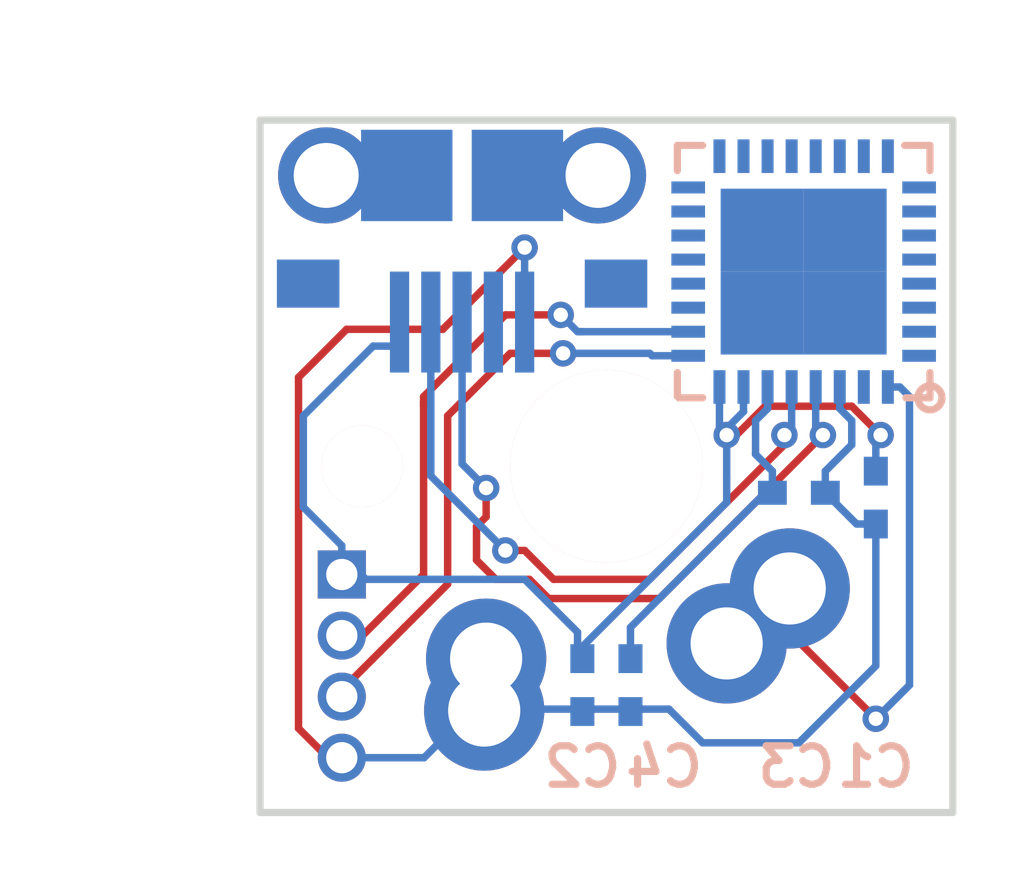
<source format=kicad_pcb>
(kicad_pcb (version 4) (host pcbnew 4.0.7)

  (general
    (links 26)
    (no_connects 5)
    (area 156.224999 88.974999 170.775001 103.525001)
    (thickness 1.6)
    (drawings 4)
    (tracks 129)
    (zones 0)
    (modules 8)
    (nets 34)
  )

  (page A4)
  (layers
    (0 F.Cu signal)
    (31 B.Cu signal)
    (32 B.Adhes user)
    (33 F.Adhes user)
    (34 B.Paste user)
    (35 F.Paste user)
    (36 B.SilkS user)
    (37 F.SilkS user)
    (38 B.Mask user)
    (39 F.Mask user)
    (40 Dwgs.User user)
    (41 Cmts.User user)
    (42 Eco1.User user)
    (43 Eco2.User user)
    (44 Edge.Cuts user)
    (45 Margin user)
    (46 B.CrtYd user)
    (47 F.CrtYd user)
    (48 B.Fab user)
    (49 F.Fab user)
  )

  (setup
    (last_trace_width 0.155)
    (trace_clearance 0.155)
    (zone_clearance 0.508)
    (zone_45_only no)
    (trace_min 0.155)
    (segment_width 0.2)
    (edge_width 0.15)
    (via_size 0.55)
    (via_drill 0.3)
    (via_min_size 0.4)
    (via_min_drill 0.3)
    (uvia_size 0.3)
    (uvia_drill 0.1)
    (uvias_allowed no)
    (uvia_min_size 0)
    (uvia_min_drill 0)
    (pcb_text_width 0.3)
    (pcb_text_size 1.5 1.5)
    (mod_edge_width 0.15)
    (mod_text_size 1 1)
    (mod_text_width 0.15)
    (pad_size 2 2)
    (pad_drill 1.35)
    (pad_to_mask_clearance 0.03)
    (aux_axis_origin 0 0)
    (visible_elements FFFFFF3F)
    (pcbplotparams
      (layerselection 0x00030_80000001)
      (usegerberextensions false)
      (excludeedgelayer true)
      (linewidth 0.100000)
      (plotframeref false)
      (viasonmask false)
      (mode 1)
      (useauxorigin false)
      (hpglpennumber 1)
      (hpglpenspeed 20)
      (hpglpendiameter 15)
      (hpglpenoverlay 2)
      (psnegative false)
      (psa4output false)
      (plotreference true)
      (plotvalue true)
      (plotinvisibletext false)
      (padsonsilk false)
      (subtractmaskfromsilk false)
      (outputformat 1)
      (mirror false)
      (drillshape 1)
      (scaleselection 1)
      (outputdirectory ""))
  )

  (net 0 "")
  (net 1 GND)
  (net 2 +3V3)
  (net 3 "Net-(J1-Pad6)")
  (net 4 "Net-(J1-Pad4)")
  (net 5 "Net-(J1-Pad3)")
  (net 6 "Net-(J1-Pad2)")
  (net 7 "Net-(J2-Pad2)")
  (net 8 "Net-(J2-Pad3)")
  (net 9 "Net-(U1-Pad2)")
  (net 10 "Net-(U1-Pad27)")
  (net 11 "Net-(U1-Pad28)")
  (net 12 "Net-(U1-Pad29)")
  (net 13 "Net-(U1-Pad30)")
  (net 14 "Net-(U1-Pad31)")
  (net 15 "Net-(U1-Pad32)")
  (net 16 +5V)
  (net 17 "Net-(U1-Pad11)")
  (net 18 "Net-(U1-Pad12)")
  (net 19 "Net-(U1-Pad13)")
  (net 20 "Net-(U1-Pad14)")
  (net 21 "Net-(U1-Pad15)")
  (net 22 "Net-(U1-Pad16)")
  (net 23 "Net-(U1-Pad17)")
  (net 24 "Net-(U1-Pad18)")
  (net 25 "Net-(U1-Pad19)")
  (net 26 "Net-(U1-Pad20)")
  (net 27 "Net-(U1-Pad21)")
  (net 28 "Net-(U1-Pad22)")
  (net 29 "Net-(U1-Pad23)")
  (net 30 "Net-(U1-Pad24)")
  (net 31 "Net-(U1-Pad25)")
  (net 32 "Net-(U1-Pad26)")
  (net 33 "Net-(SW1-Pad2)")

  (net_class Default "This is the default net class."
    (clearance 0.155)
    (trace_width 0.155)
    (via_dia 0.55)
    (via_drill 0.3)
    (uvia_dia 0.3)
    (uvia_drill 0.1)
    (add_net +3V3)
    (add_net +5V)
    (add_net GND)
    (add_net "Net-(J1-Pad2)")
    (add_net "Net-(J1-Pad3)")
    (add_net "Net-(J1-Pad4)")
    (add_net "Net-(J1-Pad6)")
    (add_net "Net-(J2-Pad2)")
    (add_net "Net-(J2-Pad3)")
    (add_net "Net-(SW1-Pad2)")
    (add_net "Net-(U1-Pad11)")
    (add_net "Net-(U1-Pad12)")
    (add_net "Net-(U1-Pad13)")
    (add_net "Net-(U1-Pad14)")
    (add_net "Net-(U1-Pad15)")
    (add_net "Net-(U1-Pad16)")
    (add_net "Net-(U1-Pad17)")
    (add_net "Net-(U1-Pad18)")
    (add_net "Net-(U1-Pad19)")
    (add_net "Net-(U1-Pad2)")
    (add_net "Net-(U1-Pad20)")
    (add_net "Net-(U1-Pad21)")
    (add_net "Net-(U1-Pad22)")
    (add_net "Net-(U1-Pad23)")
    (add_net "Net-(U1-Pad24)")
    (add_net "Net-(U1-Pad25)")
    (add_net "Net-(U1-Pad26)")
    (add_net "Net-(U1-Pad27)")
    (add_net "Net-(U1-Pad28)")
    (add_net "Net-(U1-Pad29)")
    (add_net "Net-(U1-Pad30)")
    (add_net "Net-(U1-Pad31)")
    (add_net "Net-(U1-Pad32)")
  )

  (module connectors:Pin_Header_Angled_1x04_Pitch1.27mm_no_silk (layer B.Cu) (tedit 59BC8733) (tstamp 59BC6020)
    (at 158 98.5 180)
    (descr "Through hole angled pin header, 1x04, 1.27mm pitch, 4.0mm pin length, single row")
    (tags "Through hole angled pin header THT 1x04 1.27mm single row")
    (path /59BC8422)
    (fp_text reference J2 (at 2.4325 1.635 180) (layer Cmts.User)
      (effects (font (size 1 1) (thickness 0.15)))
    )
    (fp_text value Conn_01x04 (at 2.4325 -5.445 180) (layer B.Fab)
      (effects (font (size 1 1) (thickness 0.15)) (justify mirror))
    )
    (fp_line (start 1.5 0.635) (end 1.5 -4.445) (layer B.Fab) (width 0.1))
    (fp_line (start 1.5 -4.445) (end 0.5 -4.445) (layer B.Fab) (width 0.1))
    (fp_line (start 0.5 -4.445) (end 0.5 0.385) (layer B.Fab) (width 0.1))
    (fp_line (start 0.5 0.385) (end 0.75 0.635) (layer B.Fab) (width 0.1))
    (fp_line (start -0.2 0.2) (end 0.5 0.2) (layer B.Fab) (width 0.1))
    (fp_line (start -0.2 0.2) (end -0.2 -0.2) (layer B.Fab) (width 0.1))
    (fp_line (start -0.2 -0.2) (end 0.5 -0.2) (layer B.Fab) (width 0.1))
    (fp_line (start -0.2 -1.07) (end 0.5 -1.07) (layer B.Fab) (width 0.1))
    (fp_line (start -0.2 -1.07) (end -0.2 -1.47) (layer B.Fab) (width 0.1))
    (fp_line (start -0.2 -1.47) (end 0.5 -1.47) (layer B.Fab) (width 0.1))
    (fp_line (start -0.2 -2.34) (end 0.5 -2.34) (layer B.Fab) (width 0.1))
    (fp_line (start -0.2 -2.34) (end -0.2 -2.74) (layer B.Fab) (width 0.1))
    (fp_line (start -0.2 -2.74) (end 0.5 -2.74) (layer B.Fab) (width 0.1))
    (fp_line (start -0.2 -3.61) (end 0.5 -3.61) (layer B.Fab) (width 0.1))
    (fp_line (start -0.2 -3.61) (end -0.2 -4.01) (layer B.Fab) (width 0.1))
    (fp_line (start -0.2 -4.01) (end 0.5 -4.01) (layer B.Fab) (width 0.1))
    (fp_line (start -1.15 1.15) (end -1.15 -4.95) (layer B.CrtYd) (width 0.05))
    (fp_line (start -1.15 -4.95) (end 6 -4.95) (layer B.CrtYd) (width 0.05))
    (fp_line (start 6 -4.95) (end 6 1.15) (layer B.CrtYd) (width 0.05))
    (fp_line (start 6 1.15) (end -1.15 1.15) (layer B.CrtYd) (width 0.05))
    (pad 1 thru_hole rect (at 0 0 180) (size 1 1) (drill 0.65) (layers *.Cu *.Mask)
      (net 16 +5V))
    (pad 2 thru_hole oval (at 0 -1.27 180) (size 1 1) (drill 0.65) (layers *.Cu *.Mask)
      (net 7 "Net-(J2-Pad2)"))
    (pad 3 thru_hole oval (at 0 -2.54 180) (size 1 1) (drill 0.65) (layers *.Cu *.Mask)
      (net 8 "Net-(J2-Pad3)"))
    (pad 4 thru_hole oval (at 0 -3.81 180) (size 1 1) (drill 0.65) (layers *.Cu *.Mask)
      (net 1 GND))
    (model ${KISYS3DMOD}/Pin_Headers.3dshapes/Pin_Header_Angled_1x04_Pitch1.27mm.wrl
      (at (xyz 0 0 0))
      (scale (xyz 1 1 1))
      (rotate (xyz 0 0 0))
    )
  )

  (module Capacitors_SMD:C_0402_NoSilk (layer B.Cu) (tedit 59BC87AF) (tstamp 59BC5FF5)
    (at 169.1 96.9 270)
    (descr "Capacitor SMD 0402, reflow soldering, AVX (see smccp.pdf)")
    (tags "capacitor 0402")
    (path /59BC6727)
    (attr smd)
    (fp_text reference C1 (at 5.6 0 360) (layer B.SilkS)
      (effects (font (size 0.8 0.8) (thickness 0.15)) (justify mirror))
    )
    (fp_text value 0.1uF (at 0 -1.27 270) (layer B.Fab)
      (effects (font (size 1 1) (thickness 0.15)) (justify mirror))
    )
    (fp_text user %R (at 0 1.27 270) (layer B.Fab)
      (effects (font (size 1 1) (thickness 0.15)) (justify mirror))
    )
    (fp_line (start -0.5 -0.25) (end -0.5 0.25) (layer B.Fab) (width 0.1))
    (fp_line (start 0.5 -0.25) (end -0.5 -0.25) (layer B.Fab) (width 0.1))
    (fp_line (start 0.5 0.25) (end 0.5 -0.25) (layer B.Fab) (width 0.1))
    (fp_line (start -0.5 0.25) (end 0.5 0.25) (layer B.Fab) (width 0.1))
    (fp_line (start -1 0.4) (end 1 0.4) (layer B.CrtYd) (width 0.05))
    (fp_line (start -1 0.4) (end -1 -0.4) (layer B.CrtYd) (width 0.05))
    (fp_line (start 1 -0.4) (end 1 0.4) (layer B.CrtYd) (width 0.05))
    (fp_line (start 1 -0.4) (end -1 -0.4) (layer B.CrtYd) (width 0.05))
    (pad 1 smd rect (at -0.55 0 270) (size 0.6 0.5) (layers B.Cu B.Paste B.Mask)
      (net 16 +5V))
    (pad 2 smd rect (at 0.55 0 270) (size 0.6 0.5) (layers B.Cu B.Paste B.Mask)
      (net 1 GND))
    (model Capacitors_SMD.3dshapes/C_0402.wrl
      (at (xyz 0 0 0))
      (scale (xyz 1 1 1))
      (rotate (xyz 0 0 0))
    )
  )

  (module Capacitors_SMD:C_0402_NoSilk (layer B.Cu) (tedit 59BC87A4) (tstamp 59BC5FFB)
    (at 163 100.8 270)
    (descr "Capacitor SMD 0402, reflow soldering, AVX (see smccp.pdf)")
    (tags "capacitor 0402")
    (path /59BC6754)
    (attr smd)
    (fp_text reference C2 (at 1.7 0 360) (layer B.SilkS)
      (effects (font (size 0.8 0.8) (thickness 0.15)) (justify mirror))
    )
    (fp_text value 1uF (at 0 -1.27 270) (layer B.Fab)
      (effects (font (size 1 1) (thickness 0.15)) (justify mirror))
    )
    (fp_text user %R (at 0 1.27 270) (layer B.Fab)
      (effects (font (size 1 1) (thickness 0.15)) (justify mirror))
    )
    (fp_line (start -0.5 -0.25) (end -0.5 0.25) (layer B.Fab) (width 0.1))
    (fp_line (start 0.5 -0.25) (end -0.5 -0.25) (layer B.Fab) (width 0.1))
    (fp_line (start 0.5 0.25) (end 0.5 -0.25) (layer B.Fab) (width 0.1))
    (fp_line (start -0.5 0.25) (end 0.5 0.25) (layer B.Fab) (width 0.1))
    (fp_line (start -1 0.4) (end 1 0.4) (layer B.CrtYd) (width 0.05))
    (fp_line (start -1 0.4) (end -1 -0.4) (layer B.CrtYd) (width 0.05))
    (fp_line (start 1 -0.4) (end 1 0.4) (layer B.CrtYd) (width 0.05))
    (fp_line (start 1 -0.4) (end -1 -0.4) (layer B.CrtYd) (width 0.05))
    (pad 1 smd rect (at -0.55 0 270) (size 0.6 0.5) (layers B.Cu B.Paste B.Mask)
      (net 16 +5V))
    (pad 2 smd rect (at 0.55 0 270) (size 0.6 0.5) (layers B.Cu B.Paste B.Mask)
      (net 1 GND))
    (model Capacitors_SMD.3dshapes/C_0402.wrl
      (at (xyz 0 0 0))
      (scale (xyz 1 1 1))
      (rotate (xyz 0 0 0))
    )
  )

  (module Capacitors_SMD:C_0402_NoSilk (layer B.Cu) (tedit 59BC87AC) (tstamp 59BC6001)
    (at 167.5 96.8)
    (descr "Capacitor SMD 0402, reflow soldering, AVX (see smccp.pdf)")
    (tags "capacitor 0402")
    (path /59BC6871)
    (attr smd)
    (fp_text reference C3 (at -0.05 5.7) (layer B.SilkS)
      (effects (font (size 0.8 0.8) (thickness 0.15)) (justify mirror))
    )
    (fp_text value 0.1uF (at 0 -1.27) (layer B.Fab)
      (effects (font (size 1 1) (thickness 0.15)) (justify mirror))
    )
    (fp_text user %R (at 0 1.27) (layer B.Fab)
      (effects (font (size 1 1) (thickness 0.15)) (justify mirror))
    )
    (fp_line (start -0.5 -0.25) (end -0.5 0.25) (layer B.Fab) (width 0.1))
    (fp_line (start 0.5 -0.25) (end -0.5 -0.25) (layer B.Fab) (width 0.1))
    (fp_line (start 0.5 0.25) (end 0.5 -0.25) (layer B.Fab) (width 0.1))
    (fp_line (start -0.5 0.25) (end 0.5 0.25) (layer B.Fab) (width 0.1))
    (fp_line (start -1 0.4) (end 1 0.4) (layer B.CrtYd) (width 0.05))
    (fp_line (start -1 0.4) (end -1 -0.4) (layer B.CrtYd) (width 0.05))
    (fp_line (start 1 -0.4) (end 1 0.4) (layer B.CrtYd) (width 0.05))
    (fp_line (start 1 -0.4) (end -1 -0.4) (layer B.CrtYd) (width 0.05))
    (pad 1 smd rect (at -0.55 0) (size 0.6 0.5) (layers B.Cu B.Paste B.Mask)
      (net 2 +3V3))
    (pad 2 smd rect (at 0.55 0) (size 0.6 0.5) (layers B.Cu B.Paste B.Mask)
      (net 1 GND))
    (model Capacitors_SMD.3dshapes/C_0402.wrl
      (at (xyz 0 0 0))
      (scale (xyz 1 1 1))
      (rotate (xyz 0 0 0))
    )
  )

  (module Capacitors_SMD:C_0402_NoSilk (layer B.Cu) (tedit 59BC878A) (tstamp 59BC6007)
    (at 164 100.8 270)
    (descr "Capacitor SMD 0402, reflow soldering, AVX (see smccp.pdf)")
    (tags "capacitor 0402")
    (path /59BC686B)
    (attr smd)
    (fp_text reference C4 (at 1.7 -0.7 360) (layer B.SilkS)
      (effects (font (size 0.8 0.8) (thickness 0.15)) (justify mirror))
    )
    (fp_text value 1uF (at 0 -1.27 270) (layer B.Fab)
      (effects (font (size 1 1) (thickness 0.15)) (justify mirror))
    )
    (fp_text user %R (at 0 1.27 270) (layer B.Fab)
      (effects (font (size 1 1) (thickness 0.15)) (justify mirror))
    )
    (fp_line (start -0.5 -0.25) (end -0.5 0.25) (layer B.Fab) (width 0.1))
    (fp_line (start 0.5 -0.25) (end -0.5 -0.25) (layer B.Fab) (width 0.1))
    (fp_line (start 0.5 0.25) (end 0.5 -0.25) (layer B.Fab) (width 0.1))
    (fp_line (start -0.5 0.25) (end 0.5 0.25) (layer B.Fab) (width 0.1))
    (fp_line (start -1 0.4) (end 1 0.4) (layer B.CrtYd) (width 0.05))
    (fp_line (start -1 0.4) (end -1 -0.4) (layer B.CrtYd) (width 0.05))
    (fp_line (start 1 -0.4) (end 1 0.4) (layer B.CrtYd) (width 0.05))
    (fp_line (start 1 -0.4) (end -1 -0.4) (layer B.CrtYd) (width 0.05))
    (pad 1 smd rect (at -0.55 0 270) (size 0.6 0.5) (layers B.Cu B.Paste B.Mask)
      (net 2 +3V3))
    (pad 2 smd rect (at 0.55 0 270) (size 0.6 0.5) (layers B.Cu B.Paste B.Mask)
      (net 1 GND))
    (model Capacitors_SMD.3dshapes/C_0402.wrl
      (at (xyz 0 0 0))
      (scale (xyz 1 1 1))
      (rotate (xyz 0 0 0))
    )
  )

  (module key_switch:Cherry_MX_Matias_No_Silk_Border (layer B.Cu) (tedit 59BC8171) (tstamp 59BC8094)
    (at 163.5 96.25)
    (tags switch)
    (path /59BC89F2)
    (fp_text reference SW1 (at 0 -6) (layer Cmts.User)
      (effects (font (thickness 0.3048)))
    )
    (fp_text value SW_Push (at 1 -3.5) (layer F.Fab) hide
      (effects (font (thickness 0.3048)))
    )
    (pad 2 thru_hole circle (at 2.5 3.683) (size 2.5 2.5) (drill 1.5) (layers *.Cu *.Mask)
      (net 33 "Net-(SW1-Pad2)"))
    (pad 2 thru_hole circle (at 3.81 2.54) (size 2.5 2.5) (drill 1.5) (layers *.Cu *.Mask)
      (net 33 "Net-(SW1-Pad2)"))
    (pad "" np_thru_hole circle (at 0 0) (size 4 4) (drill 4) (layers *.Cu *.Mask B.SilkS))
    (pad "" np_thru_hole circle (at -5.08 0) (size 1.7 1.7) (drill 1.7) (layers *.Cu *.Mask B.SilkS))
    (pad 1 thru_hole circle (at -2.54 5.08) (size 2.5 2.5) (drill 1.5) (layers *.Cu *.Mask)
      (net 1 GND))
    (pad 1 thru_hole circle (at -2.5 4) (size 2.5 2.5) (drill 1.5) (layers *.Cu *.Mask)
      (net 1 GND))
    (model cherry_mx1.wrl
      (at (xyz 0 0 0))
      (scale (xyz 1 1 1))
      (rotate (xyz 0 0 0))
    )
  )

  (module usb_connector:micro_usb_no_silk (layer B.Cu) (tedit 59BC86E6) (tstamp 59BC6018)
    (at 160.5 92.2)
    (path /59BC971A)
    (fp_text reference J1 (at -3.9 -4.05) (layer Cmts.User)
      (effects (font (size 1 1) (thickness 0.15)))
    )
    (fp_text value USB_OTG (at -0.07 -4.18) (layer B.Fab)
      (effects (font (size 1 1) (thickness 0.15)) (justify mirror))
    )
    (pad 6 smd rect (at -3.2 0.25) (size 1.3 1) (layers B.Cu B.Paste B.Mask)
      (net 3 "Net-(J1-Pad6)"))
    (pad 6 smd rect (at 3.2 0.25) (size 1.3 1) (layers B.Cu B.Paste B.Mask)
      (net 3 "Net-(J1-Pad6)"))
    (pad "" np_thru_hole circle (at -1.95 0.14) (size 0.6 0.6) (drill 0.6) (layers *.Cu *.Mask))
    (pad 6 smd rect (at -1.15 -2) (size 1.9 1.9) (layers B.Cu B.Paste B.Mask)
      (net 3 "Net-(J1-Pad6)"))
    (pad 6 thru_hole circle (at -2.825 -2) (size 2 2) (drill 1.35) (layers *.Cu *.Mask)
      (net 3 "Net-(J1-Pad6)"))
    (pad 5 smd rect (at 1.3 1.05) (size 0.4 2.1) (layers B.Cu B.Paste B.Mask)
      (net 1 GND))
    (pad 4 smd rect (at 0.65 1.05) (size 0.4 2.1) (layers B.Cu B.Paste B.Mask)
      (net 4 "Net-(J1-Pad4)"))
    (pad 3 smd rect (at 0 1.05) (size 0.4 2.1) (layers B.Cu B.Paste B.Mask)
      (net 5 "Net-(J1-Pad3)"))
    (pad 2 smd rect (at -0.65 1.05) (size 0.4 2.1) (layers B.Cu B.Paste B.Mask)
      (net 6 "Net-(J1-Pad2)"))
    (pad 1 smd rect (at -1.3 1.05) (size 0.4 2.1) (layers B.Cu B.Paste B.Mask)
      (net 16 +5V))
    (pad 6 thru_hole circle (at 2.825 -2) (size 2 2) (drill 1.35) (layers *.Cu *.Mask)
      (net 3 "Net-(J1-Pad6)"))
    (pad 6 smd rect (at 1.15 -2) (size 1.9 1.9) (layers B.Cu B.Paste B.Mask)
      (net 3 "Net-(J1-Pad6)"))
    (pad "" np_thru_hole circle (at 1.95 0.14) (size 0.6 0.6) (drill 0.6) (layers *.Cu *.Mask))
  )

  (module qfn:QFN-32-1EP_5x5mm_Pitch0.5mm (layer B.Cu) (tedit 59BC8661) (tstamp 59BC6051)
    (at 167.6 92.2 90)
    (descr "UH Package; 32-Lead Plastic QFN (5mm x 5mm); (see Linear Technology QFN_32_05-08-1693.pdf)")
    (tags "QFN 0.5")
    (path /59BC66D6)
    (attr smd)
    (fp_text reference U1 (at 0 3.75 90) (layer Cmts.User)
      (effects (font (size 1 1) (thickness 0.15)))
    )
    (fp_text value C8051F38x_32 (at 0 -3.75 90) (layer B.Fab)
      (effects (font (size 1 1) (thickness 0.15)) (justify mirror))
    )
    (fp_line (start -2.625 2.625) (end -2.625 2.125) (layer B.SilkS) (width 0.15))
    (fp_circle (center -2.625 2.625) (end -2.825 2.775) (layer B.SilkS) (width 0.15))
    (fp_line (start -1.5 2.5) (end 2.5 2.5) (layer B.Fab) (width 0.15))
    (fp_line (start 2.5 2.5) (end 2.5 -2.5) (layer B.Fab) (width 0.15))
    (fp_line (start 2.5 -2.5) (end -2.5 -2.5) (layer B.Fab) (width 0.15))
    (fp_line (start -2.5 -2.5) (end -2.5 1.5) (layer B.Fab) (width 0.15))
    (fp_line (start -2.5 1.5) (end -1.5 2.5) (layer B.Fab) (width 0.15))
    (fp_line (start -3 3) (end -3 -3) (layer B.CrtYd) (width 0.05))
    (fp_line (start 3 3) (end 3 -3) (layer B.CrtYd) (width 0.05))
    (fp_line (start -3 3) (end 3 3) (layer B.CrtYd) (width 0.05))
    (fp_line (start -3 -3) (end 3 -3) (layer B.CrtYd) (width 0.05))
    (fp_line (start 2.625 2.625) (end 2.625 2.1) (layer B.SilkS) (width 0.15))
    (fp_line (start -2.625 -2.625) (end -2.625 -2.1) (layer B.SilkS) (width 0.15))
    (fp_line (start 2.625 -2.625) (end 2.625 -2.1) (layer B.SilkS) (width 0.15))
    (fp_line (start -2.625 2.625) (end -2.1 2.625) (layer B.SilkS) (width 0.15))
    (fp_line (start -2.625 -2.625) (end -2.1 -2.625) (layer B.SilkS) (width 0.15))
    (fp_line (start 2.625 -2.625) (end 2.1 -2.625) (layer B.SilkS) (width 0.15))
    (fp_line (start 2.625 2.625) (end 2.1 2.625) (layer B.SilkS) (width 0.15))
    (pad 1 smd rect (at -2.4 1.75 90) (size 0.7 0.25) (layers B.Cu B.Paste B.Mask)
      (net 33 "Net-(SW1-Pad2)"))
    (pad 2 smd rect (at -2.4 1.25 90) (size 0.7 0.25) (layers B.Cu B.Paste B.Mask)
      (net 9 "Net-(U1-Pad2)"))
    (pad 3 smd rect (at -2.4 0.75 90) (size 0.7 0.25) (layers B.Cu B.Paste B.Mask)
      (net 1 GND))
    (pad 4 smd rect (at -2.4 0.25 90) (size 0.7 0.25) (layers B.Cu B.Paste B.Mask)
      (net 5 "Net-(J1-Pad3)"))
    (pad 5 smd rect (at -2.4 -0.25 90) (size 0.7 0.25) (layers B.Cu B.Paste B.Mask)
      (net 6 "Net-(J1-Pad2)"))
    (pad 6 smd rect (at -2.4 -0.75 90) (size 0.7 0.25) (layers B.Cu B.Paste B.Mask)
      (net 2 +3V3))
    (pad 7 smd rect (at -2.4 -1.25 90) (size 0.7 0.25) (layers B.Cu B.Paste B.Mask)
      (net 16 +5V))
    (pad 8 smd rect (at -2.4 -1.75 90) (size 0.7 0.25) (layers B.Cu B.Paste B.Mask)
      (net 16 +5V))
    (pad 9 smd rect (at -1.75 -2.4) (size 0.7 0.25) (layers B.Cu B.Paste B.Mask)
      (net 8 "Net-(J2-Pad3)"))
    (pad 10 smd rect (at -1.25 -2.4) (size 0.7 0.25) (layers B.Cu B.Paste B.Mask)
      (net 7 "Net-(J2-Pad2)"))
    (pad 11 smd rect (at -0.75 -2.4) (size 0.7 0.25) (layers B.Cu B.Paste B.Mask)
      (net 17 "Net-(U1-Pad11)"))
    (pad 12 smd rect (at -0.25 -2.4) (size 0.7 0.25) (layers B.Cu B.Paste B.Mask)
      (net 18 "Net-(U1-Pad12)"))
    (pad 13 smd rect (at 0.25 -2.4) (size 0.7 0.25) (layers B.Cu B.Paste B.Mask)
      (net 19 "Net-(U1-Pad13)"))
    (pad 14 smd rect (at 0.75 -2.4) (size 0.7 0.25) (layers B.Cu B.Paste B.Mask)
      (net 20 "Net-(U1-Pad14)"))
    (pad 15 smd rect (at 1.25 -2.4) (size 0.7 0.25) (layers B.Cu B.Paste B.Mask)
      (net 21 "Net-(U1-Pad15)"))
    (pad 16 smd rect (at 1.75 -2.4) (size 0.7 0.25) (layers B.Cu B.Paste B.Mask)
      (net 22 "Net-(U1-Pad16)"))
    (pad 17 smd rect (at 2.4 -1.75 90) (size 0.7 0.25) (layers B.Cu B.Paste B.Mask)
      (net 23 "Net-(U1-Pad17)"))
    (pad 18 smd rect (at 2.4 -1.25 90) (size 0.7 0.25) (layers B.Cu B.Paste B.Mask)
      (net 24 "Net-(U1-Pad18)"))
    (pad 19 smd rect (at 2.4 -0.75 90) (size 0.7 0.25) (layers B.Cu B.Paste B.Mask)
      (net 25 "Net-(U1-Pad19)"))
    (pad 20 smd rect (at 2.4 -0.25 90) (size 0.7 0.25) (layers B.Cu B.Paste B.Mask)
      (net 26 "Net-(U1-Pad20)"))
    (pad 21 smd rect (at 2.4 0.25 90) (size 0.7 0.25) (layers B.Cu B.Paste B.Mask)
      (net 27 "Net-(U1-Pad21)"))
    (pad 22 smd rect (at 2.4 0.75 90) (size 0.7 0.25) (layers B.Cu B.Paste B.Mask)
      (net 28 "Net-(U1-Pad22)"))
    (pad 23 smd rect (at 2.4 1.25 90) (size 0.7 0.25) (layers B.Cu B.Paste B.Mask)
      (net 29 "Net-(U1-Pad23)"))
    (pad 24 smd rect (at 2.4 1.75 90) (size 0.7 0.25) (layers B.Cu B.Paste B.Mask)
      (net 30 "Net-(U1-Pad24)"))
    (pad 25 smd rect (at 1.75 2.4) (size 0.7 0.25) (layers B.Cu B.Paste B.Mask)
      (net 31 "Net-(U1-Pad25)"))
    (pad 26 smd rect (at 1.25 2.4) (size 0.7 0.25) (layers B.Cu B.Paste B.Mask)
      (net 32 "Net-(U1-Pad26)"))
    (pad 27 smd rect (at 0.75 2.4) (size 0.7 0.25) (layers B.Cu B.Paste B.Mask)
      (net 10 "Net-(U1-Pad27)"))
    (pad 28 smd rect (at 0.25 2.4) (size 0.7 0.25) (layers B.Cu B.Paste B.Mask)
      (net 11 "Net-(U1-Pad28)"))
    (pad 29 smd rect (at -0.25 2.4) (size 0.7 0.25) (layers B.Cu B.Paste B.Mask)
      (net 12 "Net-(U1-Pad29)"))
    (pad 30 smd rect (at -0.75 2.4) (size 0.7 0.25) (layers B.Cu B.Paste B.Mask)
      (net 13 "Net-(U1-Pad30)"))
    (pad 31 smd rect (at -1.25 2.4) (size 0.7 0.25) (layers B.Cu B.Paste B.Mask)
      (net 14 "Net-(U1-Pad31)"))
    (pad 32 smd rect (at -1.75 2.4) (size 0.7 0.25) (layers B.Cu B.Paste B.Mask)
      (net 15 "Net-(U1-Pad32)"))
    (pad 33 smd rect (at 0.8625 -0.8625 90) (size 1.725 1.725) (layers B.Cu B.Paste B.Mask)
      (solder_paste_margin_ratio -0.2))
    (pad 33 smd rect (at 0.8625 0.8625 90) (size 1.725 1.725) (layers B.Cu B.Paste B.Mask)
      (solder_paste_margin_ratio -0.2))
    (pad 33 smd rect (at -0.8625 -0.8625 90) (size 1.725 1.725) (layers B.Cu B.Paste B.Mask)
      (solder_paste_margin_ratio -0.2))
    (pad 33 smd rect (at -0.8625 0.8625 90) (size 1.725 1.725) (layers B.Cu B.Paste B.Mask)
      (solder_paste_margin_ratio -0.2))
    (model ${KISYS3DMOD}/Housings_DFN_QFN.3dshapes/QFN-32-1EP_5x5mm_Pitch0.5mm.wrl
      (at (xyz 0 0 0))
      (scale (xyz 1 1 1))
      (rotate (xyz 0 0 0))
    )
  )

  (gr_line (start 156.3 103.45) (end 156.3 89.05) (angle 90) (layer Edge.Cuts) (width 0.15))
  (gr_line (start 170.7 103.45) (end 156.3 103.45) (angle 90) (layer Edge.Cuts) (width 0.15))
  (gr_line (start 170.7 89.05) (end 170.7 103.45) (angle 90) (layer Edge.Cuts) (width 0.15))
  (gr_line (start 156.3 89.05) (end 170.7 89.05) (angle 90) (layer Edge.Cuts) (width 0.15))

  (segment (start 158 102.31) (end 157.71 102.31) (width 0.155) (layer F.Cu) (net 1) (status 30))
  (segment (start 157.71 102.31) (end 157.1 101.7) (width 0.155) (layer F.Cu) (net 1) (tstamp 59BC6C61) (status 10))
  (segment (start 161.8 91.7) (end 161.8 93.25) (width 0.155) (layer B.Cu) (net 1) (tstamp 59BC6C70) (status 20))
  (via (at 161.8 91.7) (size 0.55) (drill 0.3) (layers F.Cu B.Cu) (net 1))
  (segment (start 160.1 93.4) (end 161.8 91.7) (width 0.155) (layer F.Cu) (net 1) (tstamp 59BC6C6C))
  (segment (start 158.1 93.4) (end 160.1 93.4) (width 0.155) (layer F.Cu) (net 1) (tstamp 59BC6C6A))
  (segment (start 157.1 94.4) (end 158.1 93.4) (width 0.155) (layer F.Cu) (net 1) (tstamp 59BC6C65))
  (segment (start 157.1 101.7) (end 157.1 94.4) (width 0.155) (layer F.Cu) (net 1) (tstamp 59BC6C62))
  (segment (start 158 102.31) (end 159.71 102.31) (width 0.155) (layer B.Cu) (net 1) (status 10))
  (segment (start 164.25 101.3) (end 164.8 101.3) (width 0.155) (layer B.Cu) (net 1) (status 10))
  (segment (start 169.1 100.4) (end 169.1 97.45) (width 0.155) (layer B.Cu) (net 1) (tstamp 59BC6AF7) (status 20))
  (segment (start 167.5 102) (end 169.1 100.4) (width 0.155) (layer B.Cu) (net 1) (tstamp 59BC6AF5))
  (segment (start 165.5 102) (end 167.5 102) (width 0.155) (layer B.Cu) (net 1) (tstamp 59BC6AF3))
  (segment (start 164.8 101.3) (end 165.5 102) (width 0.155) (layer B.Cu) (net 1) (tstamp 59BC6AF1))
  (segment (start 168.35 94.6) (end 168.35 95.05) (width 0.155) (layer B.Cu) (net 1) (status 10))
  (segment (start 168.05 96.35) (end 168.05 96.8) (width 0.155) (layer B.Cu) (net 1) (tstamp 59BC6A8E) (status 20))
  (segment (start 168.6 95.8) (end 168.05 96.35) (width 0.155) (layer B.Cu) (net 1) (tstamp 59BC6A8D))
  (segment (start 168.6 95.3) (end 168.6 95.8) (width 0.155) (layer B.Cu) (net 1) (tstamp 59BC6A8C))
  (segment (start 168.35 95.05) (end 168.6 95.3) (width 0.155) (layer B.Cu) (net 1) (tstamp 59BC6A8B))
  (segment (start 169.1 97.45) (end 168.7 97.45) (width 0.155) (layer B.Cu) (net 1) (status 10))
  (segment (start 168.7 97.45) (end 168.05 96.8) (width 0.155) (layer B.Cu) (net 1) (tstamp 59BC6A83) (status 20))
  (segment (start 163.25 101.3) (end 164.25 101.3) (width 0.155) (layer B.Cu) (net 1) (status 30))
  (segment (start 159.71 102.31) (end 160.98 101.04) (width 0.155) (layer B.Cu) (net 1) (tstamp 59BC6B03) (status 20))
  (segment (start 163.25 101.3) (end 161.24 101.3) (width 0.155) (layer B.Cu) (net 1) (status 30))
  (segment (start 161.24 101.3) (end 160.98 101.04) (width 0.155) (layer B.Cu) (net 1) (tstamp 59BC6AFE) (status 30))
  (segment (start 164 100.25) (end 164 99.6) (width 0.155) (layer B.Cu) (net 2))
  (segment (start 164 99.6) (end 166.8 96.8) (width 0.155) (layer B.Cu) (net 2) (tstamp 59BC90BD))
  (segment (start 166.8 96.8) (end 166.95 96.8) (width 0.155) (layer B.Cu) (net 2) (tstamp 59BC90BF))
  (segment (start 166.85 94.6) (end 166.85 95.05) (width 0.155) (layer B.Cu) (net 2) (status 10))
  (segment (start 166.95 96.35) (end 166.95 96.8) (width 0.155) (layer B.Cu) (net 2) (tstamp 59BC69EE) (status 20))
  (segment (start 166.6 96) (end 166.95 96.35) (width 0.155) (layer B.Cu) (net 2) (tstamp 59BC69EC))
  (segment (start 166.6 95.3) (end 166.6 96) (width 0.155) (layer B.Cu) (net 2) (tstamp 59BC69EB))
  (segment (start 166.85 95.05) (end 166.6 95.3) (width 0.155) (layer B.Cu) (net 2) (tstamp 59BC69EA))
  (segment (start 164.6 99) (end 162.3 99) (width 0.155) (layer F.Cu) (net 5))
  (segment (start 167.85 94.6) (end 167.85 95.45) (width 0.155) (layer B.Cu) (net 5) (status 10))
  (segment (start 168 95.6) (end 164.6 99) (width 0.155) (layer F.Cu) (net 5) (tstamp 59BC69CD))
  (via (at 168 95.6) (size 0.55) (drill 0.3) (layers F.Cu B.Cu) (net 5))
  (segment (start 167.85 95.45) (end 168 95.6) (width 0.155) (layer B.Cu) (net 5) (tstamp 59BC69C9))
  (segment (start 161 97.3) (end 161 96.7) (width 0.155) (layer F.Cu) (net 5) (tstamp 59BC917A))
  (segment (start 160.8 97.5) (end 161 97.3) (width 0.155) (layer F.Cu) (net 5) (tstamp 59BC9179))
  (segment (start 160.8 98.2) (end 160.8 97.5) (width 0.155) (layer F.Cu) (net 5) (tstamp 59BC9178))
  (segment (start 161.2 98.6) (end 160.8 98.2) (width 0.155) (layer F.Cu) (net 5) (tstamp 59BC9177))
  (segment (start 161.9 98.6) (end 161.2 98.6) (width 0.155) (layer F.Cu) (net 5) (tstamp 59BC9176))
  (segment (start 162.3 99) (end 161.9 98.6) (width 0.155) (layer F.Cu) (net 5) (tstamp 59BC9175))
  (segment (start 160.5 96.2) (end 160.5 93.25) (width 0.155) (layer B.Cu) (net 5) (tstamp 59BC6BF2) (status 20))
  (segment (start 161 96.7) (end 160.5 96.2) (width 0.155) (layer B.Cu) (net 5) (tstamp 59BC6BF1))
  (via (at 161 96.7) (size 0.55) (drill 0.3) (layers F.Cu B.Cu) (net 5))
  (segment (start 164.4 98.6) (end 162.4 98.6) (width 0.155) (layer F.Cu) (net 6))
  (via (at 161.4 98) (size 0.55) (drill 0.3) (layers F.Cu B.Cu) (net 6))
  (segment (start 161.4 98) (end 159.85 96.45) (width 0.155) (layer B.Cu) (net 6) (tstamp 59BC6BE6))
  (segment (start 159.85 93.25) (end 159.85 96.45) (width 0.155) (layer B.Cu) (net 6) (tstamp 59BC6BE7) (status 20))
  (segment (start 167.2 95.6) (end 167.2 95.8) (width 0.155) (layer F.Cu) (net 6))
  (segment (start 167.2 95.8) (end 164.4 98.6) (width 0.155) (layer F.Cu) (net 6) (tstamp 59BC69BA))
  (segment (start 167.35 95.45) (end 167.35 94.6) (width 0.155) (layer B.Cu) (net 6) (status 10))
  (via (at 167.2 95.6) (size 0.55) (drill 0.3) (layers F.Cu B.Cu) (net 6))
  (segment (start 167.35 95.45) (end 167.2 95.6) (width 0.155) (layer B.Cu) (net 6) (tstamp 59BC6994))
  (segment (start 161.8 98) (end 161.4 98) (width 0.155) (layer F.Cu) (net 6) (tstamp 59BC9172))
  (segment (start 162.4 98.6) (end 161.8 98) (width 0.155) (layer F.Cu) (net 6) (tstamp 59BC9171))
  (segment (start 162.95 93.45) (end 162.9 93.45) (width 0.155) (layer B.Cu) (net 7))
  (segment (start 165.2 93.45) (end 163 93.45) (width 0.155) (layer B.Cu) (net 7))
  (via (at 162.55 93.1) (size 0.55) (drill 0.3) (layers F.Cu B.Cu) (net 7))
  (segment (start 162.55 93.1) (end 161.4 93.1) (width 0.155) (layer F.Cu) (net 7) (tstamp 59BC91C5))
  (segment (start 161.4 93.1) (end 161.3 93.2) (width 0.155) (layer F.Cu) (net 7) (tstamp 59BC91C6))
  (segment (start 159.7 94.8) (end 159.7 95) (width 0.155) (layer F.Cu) (net 7) (tstamp 59BC91A9))
  (segment (start 161.3 93.2) (end 159.7 94.8) (width 0.155) (layer F.Cu) (net 7) (tstamp 59BC91A8))
  (segment (start 163 93.45) (end 162.95 93.45) (width 0.155) (layer B.Cu) (net 7))
  (segment (start 162.9 93.45) (end 162.55 93.1) (width 0.155) (layer B.Cu) (net 7) (tstamp 59BC91D0))
  (segment (start 159.7 98.5) (end 158.43 99.77) (width 0.155) (layer F.Cu) (net 7) (tstamp 59BC6BFE) (status 20))
  (segment (start 159.7 94.9) (end 159.7 95) (width 0.155) (layer F.Cu) (net 7) (tstamp 59BC6BFA))
  (segment (start 159.7 95) (end 159.7 98.5) (width 0.155) (layer F.Cu) (net 7) (tstamp 59BC91AC))
  (segment (start 158.43 99.77) (end 158 99.77) (width 0.155) (layer F.Cu) (net 7) (tstamp 59BC6C01) (status 30))
  (segment (start 165.2 93.95) (end 164.45 93.95) (width 0.155) (layer B.Cu) (net 8))
  (segment (start 161.5 93.9) (end 161.3 94.1) (width 0.155) (layer F.Cu) (net 8) (tstamp 59BC91B8))
  (segment (start 161.6 93.9) (end 161.5 93.9) (width 0.155) (layer F.Cu) (net 8) (tstamp 59BC91B7))
  (segment (start 162.6 93.9) (end 161.6 93.9) (width 0.155) (layer F.Cu) (net 8) (tstamp 59BC91B6))
  (via (at 162.6 93.9) (size 0.55) (drill 0.3) (layers F.Cu B.Cu) (net 8))
  (segment (start 164.4 93.9) (end 162.6 93.9) (width 0.155) (layer B.Cu) (net 8) (tstamp 59BC91B4))
  (segment (start 164.45 93.95) (end 164.4 93.9) (width 0.155) (layer B.Cu) (net 8) (tstamp 59BC91B3))
  (segment (start 158 101.04) (end 158 100.9) (width 0.155) (layer F.Cu) (net 8))
  (segment (start 158 100.9) (end 158.4 100.5) (width 0.155) (layer F.Cu) (net 8) (tstamp 59BC9192))
  (segment (start 159.3 99.6) (end 160.2 98.7) (width 0.155) (layer F.Cu) (net 8) (tstamp 59BC9184))
  (segment (start 160.2 95.2) (end 160.2 98.7) (width 0.155) (layer F.Cu) (net 8) (tstamp 59BC6C1C))
  (segment (start 161.4 94) (end 161.3 94.1) (width 0.155) (layer F.Cu) (net 8) (tstamp 59BC6C18))
  (segment (start 161.3 94.1) (end 160.2 95.2) (width 0.155) (layer F.Cu) (net 8) (tstamp 59BC91BB))
  (segment (start 159.3 99.6) (end 158.4 100.5) (width 0.155) (layer F.Cu) (net 8))
  (segment (start 158 101.04) (end 158 101) (width 0.155) (layer F.Cu) (net 8))
  (segment (start 158 101.04) (end 158.06 101.04) (width 0.155) (layer B.Cu) (net 8) (status 30))
  (segment (start 165.85 94.6) (end 165.85 95.45) (width 0.155) (layer B.Cu) (net 16))
  (segment (start 165.85 95.45) (end 166 95.6) (width 0.155) (layer B.Cu) (net 16) (tstamp 59BCCF0C))
  (segment (start 166 95.6) (end 166 95.46159) (width 0.155) (layer B.Cu) (net 16))
  (segment (start 166.35 95.11159) (end 166.35 94.6) (width 0.155) (layer B.Cu) (net 16) (tstamp 59BC9168))
  (segment (start 166 95.46159) (end 166.35 95.11159) (width 0.155) (layer B.Cu) (net 16) (tstamp 59BC9167))
  (segment (start 163 100.25) (end 163 100) (width 0.155) (layer B.Cu) (net 16))
  (segment (start 163 100) (end 166 97) (width 0.155) (layer B.Cu) (net 16) (tstamp 59BC90B3))
  (segment (start 166 97) (end 166 96.5) (width 0.155) (layer B.Cu) (net 16) (tstamp 59BC90B4))
  (segment (start 166 96.5) (end 166 95.6) (width 0.155) (layer B.Cu) (net 16) (tstamp 59BC90B7))
  (segment (start 163 100.25) (end 163 100.2) (width 0.155) (layer B.Cu) (net 16))
  (segment (start 162.9 100.15) (end 162.9 99.7) (width 0.155) (layer B.Cu) (net 16))
  (segment (start 161.8 98.6) (end 158.5 98.6) (width 0.155) (layer B.Cu) (net 16) (tstamp 59BC80C3))
  (segment (start 161.8 98.6) (end 162.7 99.5) (width 0.155) (layer B.Cu) (net 16) (tstamp 59BC80C4))
  (segment (start 162.7 99.5) (end 162.9 99.7) (width 0.155) (layer B.Cu) (net 16))
  (segment (start 162.9 100.15) (end 163 100.25) (width 0.155) (layer B.Cu) (net 16) (tstamp 59BC8102))
  (segment (start 163 100.1) (end 163 100.25) (width 0.155) (layer B.Cu) (net 16) (tstamp 59BC80FE))
  (segment (start 162.9 100.15) (end 163 100.25) (width 0.155) (layer B.Cu) (net 16) (tstamp 59BC80F1))
  (segment (start 158 98.5) (end 158.4 98.5) (width 0.155) (layer B.Cu) (net 16))
  (segment (start 158.4 98.5) (end 158.5 98.6) (width 0.155) (layer B.Cu) (net 16) (tstamp 59BC80C2))
  (segment (start 169.1 96.35) (end 169.1 95.7) (width 0.155) (layer B.Cu) (net 16) (status 10))
  (segment (start 168.6 95) (end 166.8 95) (width 0.155) (layer F.Cu) (net 16) (tstamp 59BC6A95))
  (segment (start 169.2 95.6) (end 168.6 95) (width 0.155) (layer F.Cu) (net 16) (tstamp 59BC6A94))
  (via (at 169.2 95.6) (size 0.55) (drill 0.3) (layers F.Cu B.Cu) (net 16))
  (segment (start 169.1 95.7) (end 169.2 95.6) (width 0.155) (layer B.Cu) (net 16) (tstamp 59BC6A91))
  (segment (start 166 95.6) (end 166.2 95.6) (width 0.155) (layer F.Cu) (net 16))
  (segment (start 166.1 95.7) (end 166 95.6) (width 0.155) (layer B.Cu) (net 16) (tstamp 59BC6A16))
  (via (at 166 95.6) (size 0.55) (drill 0.3) (layers F.Cu B.Cu) (net 16))
  (segment (start 166.2 95.6) (end 166.8 95) (width 0.155) (layer F.Cu) (net 16) (tstamp 59BC6A69))
  (segment (start 157.2 97.1) (end 157.2 95.2) (width 0.155) (layer B.Cu) (net 16))
  (segment (start 158 98.5) (end 158 97.9) (width 0.155) (layer B.Cu) (net 16) (status 10))
  (segment (start 158 97.9) (end 157.2 97.1) (width 0.155) (layer B.Cu) (net 16) (tstamp 59BC6616))
  (segment (start 158.65 93.75) (end 159.2 93.75) (width 0.155) (layer B.Cu) (net 16) (tstamp 59BC6886) (status 20))
  (segment (start 157.2 95.2) (end 158.65 93.75) (width 0.155) (layer B.Cu) (net 16) (tstamp 59BC6885))
  (segment (start 159.2 93.4) (end 159.2 92.8) (width 0.155) (layer B.Cu) (net 16) (tstamp 59BC661C) (status 30))
  (segment (start 158 98.44) (end 158.06 98.44) (width 0.155) (layer B.Cu) (net 16) (status 30))
  (segment (start 169.1 101.5) (end 167.12 99.52) (width 0.155) (layer F.Cu) (net 33) (tstamp 59BC6B60) (status 20))
  (via (at 169.1 101.5) (size 0.55) (drill 0.3) (layers F.Cu B.Cu) (net 33))
  (segment (start 169.8 100.8) (end 169.1 101.5) (width 0.155) (layer B.Cu) (net 33) (tstamp 59BC6B5C))
  (segment (start 169.8 94.8) (end 169.8 100.8) (width 0.155) (layer B.Cu) (net 33) (tstamp 59BC6B59))
  (segment (start 167.12 99.52) (end 166.905 99.52) (width 0.155) (layer F.Cu) (net 33) (tstamp 59BC6B61) (status 30))
  (segment (start 169.6 94.6) (end 169.8 94.8) (width 0.155) (layer B.Cu) (net 33) (tstamp 59BC6B58))
  (segment (start 169.35 94.6) (end 169.6 94.6) (width 0.155) (layer B.Cu) (net 33) (status 10))

)

</source>
